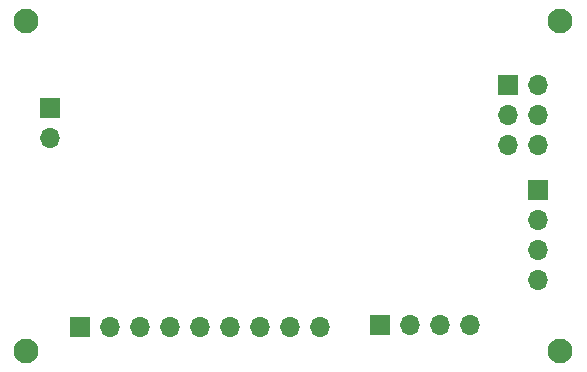
<source format=gbs>
%TF.GenerationSoftware,KiCad,Pcbnew,7.0.5-0*%
%TF.CreationDate,2023-07-20T08:32:01+02:00*%
%TF.ProjectId,MCU-Datalogger,4d43552d-4461-4746-916c-6f676765722e,V1.0*%
%TF.SameCoordinates,Original*%
%TF.FileFunction,Soldermask,Bot*%
%TF.FilePolarity,Negative*%
%FSLAX46Y46*%
G04 Gerber Fmt 4.6, Leading zero omitted, Abs format (unit mm)*
G04 Created by KiCad (PCBNEW 7.0.5-0) date 2023-07-20 08:32:01*
%MOMM*%
%LPD*%
G01*
G04 APERTURE LIST*
%ADD10R,1.700000X1.700000*%
%ADD11O,1.700000X1.700000*%
%ADD12C,2.100000*%
G04 APERTURE END LIST*
D10*
%TO.C,BT1*%
X132080000Y-85085000D03*
D11*
X132080000Y-87625000D03*
%TD*%
D10*
%TO.C,J2*%
X160020000Y-103505000D03*
D11*
X162560000Y-103505000D03*
X165100000Y-103505000D03*
X167640000Y-103505000D03*
%TD*%
D10*
%TO.C,J1*%
X173355000Y-92075000D03*
D11*
X173355000Y-94615000D03*
X173355000Y-97155000D03*
X173355000Y-99695000D03*
%TD*%
D10*
%TO.C,J3*%
X134620000Y-103632000D03*
D11*
X137160000Y-103632000D03*
X139700000Y-103632000D03*
X142240000Y-103632000D03*
X144780000Y-103632000D03*
X147320000Y-103632000D03*
X149860000Y-103632000D03*
X152400000Y-103632000D03*
X154940000Y-103632000D03*
%TD*%
D12*
%TO.C,H3*%
X130048000Y-105664000D03*
%TD*%
%TO.C,H4*%
X175260000Y-105664000D03*
%TD*%
%TO.C,H1*%
X130048000Y-77724000D03*
%TD*%
%TO.C,H2*%
X175260000Y-77724000D03*
%TD*%
D10*
%TO.C,J4*%
X170810000Y-83200000D03*
D11*
X173350000Y-83200000D03*
X170810000Y-85740000D03*
X173350000Y-85740000D03*
X170810000Y-88280000D03*
X173350000Y-88280000D03*
%TD*%
M02*

</source>
